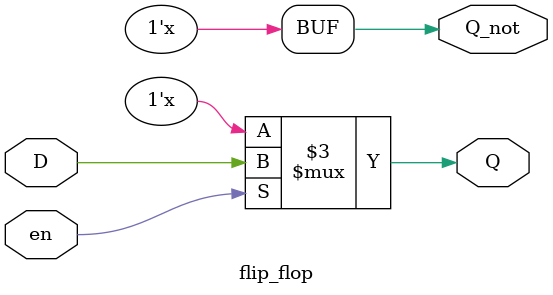
<source format=v>
module con_ff(
	input wire [31:0] bus,
	input wire [1:0] IR,
	input wire con_in,
	output reg result
);

wire is_pos, is_zero;
reg ff_input;
assign is_zero = (bus == 32'b0);
assign is_pos = ~bus[31];

//flip_flop ff(ff_input, con_in, result);

always @(*) begin
if (con_in) begin
case(IR)
	4'b00 : ff_input <= is_zero;
	4'b01 : ff_input <= ~is_zero;
	4'b10 : ff_input <= is_pos;
	4'b11 : ff_input <= ~is_pos;
endcase
result <= ff_input;
end
end


endmodule

module flip_flop(
	input wire D,
	input wire en,
	output reg Q,
	output reg Q_not
);
always @(*)
begin
Q_not = ~Q;
	if(en) Q <= D;
end
endmodule

</source>
